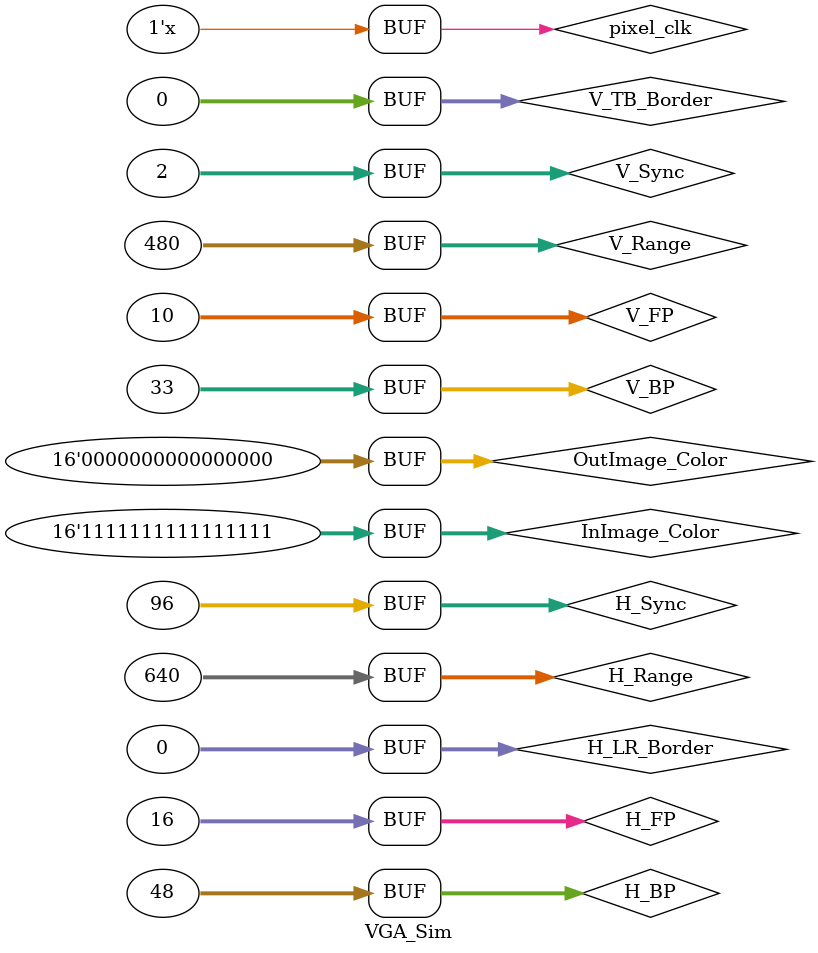
<source format=v>
`timescale 1ns / 1ps


module VGA_Sim;

// Instantiate Wires and parameters
reg [31:0] H_Sync = 96;
reg [31:0] H_BP = 48;
reg [31:0] H_FP = 16;
reg [31:0] H_Range = 640;
reg [31:0] H_LR_Border = 0;
reg [31:0] V_Sync = 2;
reg [31:0] V_BP = 33;
reg [31:0] V_FP = 10;
reg [31:0] V_Range = 480;
reg [31:0] V_TB_Border = 0;
reg [15:0] InImage_Color = 16'hFFFF;
reg [15:0] OutImage_Color = 0;
reg        pixel_clk = 0;
wire [4:0]  VGA_R;
wire [4:0]  VGA_B;
wire [5:0]  VGA_G;
wire        VGA_HS;
wire        VGA_VS;
//output  reg        VGA_VS;

//Instantiation of User-Defined Modules
VGA_Control uut(
    .H_Sync(H_Sync),
    .H_BP(H_BP),
    .H_FP(H_FP),
    .H_Range(H_Range),
    .H_LR_Border(H_LR_Border),
    .V_Sync(V_Sync),
    .V_BP(V_BP),
    .V_FP(V_FP),
    .V_Range(V_Range),
    .V_TB_Border(V_TB_Border),
    .InImage_Color(InImage_Color),
    .OutImage_Color(OutImage_Color),
    .pixel_clk(pixel_clk),
    .VGA_R(VGA_R),
    .VGA_B(VGA_B),
    .VGA_G(VGA_G),
    .VGA_HS(VGA_HS),
    .VGA_VS(VGA_VS)
);
// Run Simulation

always @ *
begin
    #1 pixel_clk <= ~pixel_clk;
end
   
endmodule

</source>
